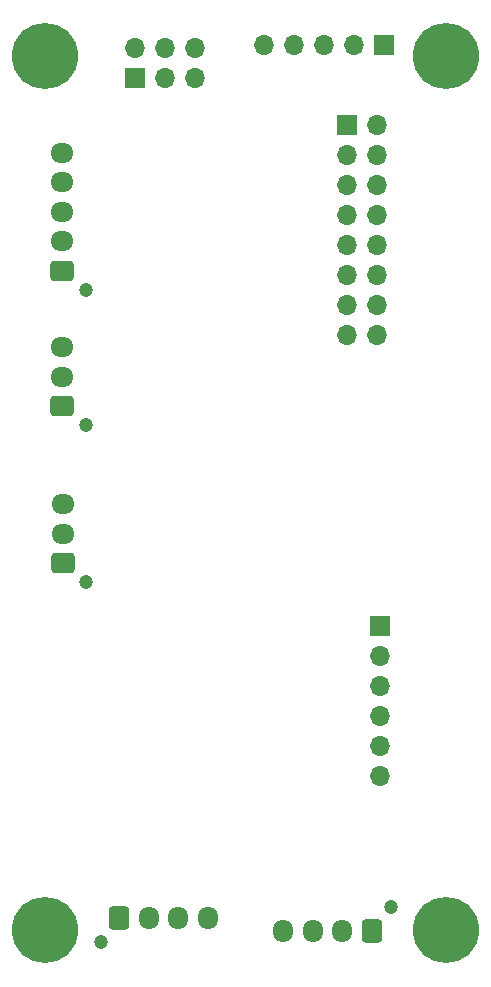
<source format=gbs>
G04 #@! TF.GenerationSoftware,KiCad,Pcbnew,7.0.8*
G04 #@! TF.CreationDate,2023-11-10T01:40:45+01:00*
G04 #@! TF.ProjectId,splitflappcb,73706c69-7466-46c6-9170-7063622e6b69,rev?*
G04 #@! TF.SameCoordinates,Original*
G04 #@! TF.FileFunction,Soldermask,Bot*
G04 #@! TF.FilePolarity,Negative*
%FSLAX46Y46*%
G04 Gerber Fmt 4.6, Leading zero omitted, Abs format (unit mm)*
G04 Created by KiCad (PCBNEW 7.0.8) date 2023-11-10 01:40:45*
%MOMM*%
%LPD*%
G01*
G04 APERTURE LIST*
G04 Aperture macros list*
%AMRoundRect*
0 Rectangle with rounded corners*
0 $1 Rounding radius*
0 $2 $3 $4 $5 $6 $7 $8 $9 X,Y pos of 4 corners*
0 Add a 4 corners polygon primitive as box body*
4,1,4,$2,$3,$4,$5,$6,$7,$8,$9,$2,$3,0*
0 Add four circle primitives for the rounded corners*
1,1,$1+$1,$2,$3*
1,1,$1+$1,$4,$5*
1,1,$1+$1,$6,$7*
1,1,$1+$1,$8,$9*
0 Add four rect primitives between the rounded corners*
20,1,$1+$1,$2,$3,$4,$5,0*
20,1,$1+$1,$4,$5,$6,$7,0*
20,1,$1+$1,$6,$7,$8,$9,0*
20,1,$1+$1,$8,$9,$2,$3,0*%
G04 Aperture macros list end*
%ADD10C,5.600000*%
%ADD11R,1.700000X1.700000*%
%ADD12O,1.700000X1.700000*%
%ADD13C,1.200000*%
%ADD14RoundRect,0.250000X0.600000X0.725000X-0.600000X0.725000X-0.600000X-0.725000X0.600000X-0.725000X0*%
%ADD15O,1.700000X1.950000*%
%ADD16RoundRect,0.250000X-0.600000X-0.725000X0.600000X-0.725000X0.600000X0.725000X-0.600000X0.725000X0*%
%ADD17RoundRect,0.250000X0.725000X-0.600000X0.725000X0.600000X-0.725000X0.600000X-0.725000X-0.600000X0*%
%ADD18O,1.950000X1.700000*%
G04 APERTURE END LIST*
D10*
X104000000Y-50000000D03*
D11*
X98740000Y-49010000D03*
D12*
X96200000Y-49010000D03*
X93660000Y-49010000D03*
X91120000Y-49010000D03*
X88580000Y-49010000D03*
D13*
X99280000Y-122010000D03*
D14*
X97680000Y-124010000D03*
D15*
X95180000Y-124010000D03*
X92680000Y-124010000D03*
X90180000Y-124010000D03*
D10*
X70000000Y-50000000D03*
D13*
X74720000Y-124970000D03*
D16*
X76320000Y-122970000D03*
D15*
X78820000Y-122970000D03*
X81320000Y-122970000D03*
X83820000Y-122970000D03*
D11*
X98370000Y-98200000D03*
D12*
X98370000Y-100740000D03*
X98370000Y-103280000D03*
X98370000Y-105820000D03*
X98370000Y-108360000D03*
X98370000Y-110900000D03*
D11*
X77600000Y-51840000D03*
D12*
X77600000Y-49300000D03*
X80140000Y-51840000D03*
X80140000Y-49300000D03*
X82680000Y-51840000D03*
X82680000Y-49300000D03*
D10*
X104000000Y-124000000D03*
D11*
X95560000Y-55810000D03*
D12*
X98100000Y-55810000D03*
X95560000Y-58350000D03*
X98100000Y-58350000D03*
X95560000Y-60890000D03*
X98100000Y-60890000D03*
X95560000Y-63430000D03*
X98100000Y-63430000D03*
X95560000Y-65970000D03*
X98100000Y-65970000D03*
X95560000Y-68510000D03*
X98100000Y-68510000D03*
X95560000Y-71050000D03*
X98100000Y-71050000D03*
X95560000Y-73590000D03*
X98100000Y-73590000D03*
D10*
X70000000Y-124000000D03*
D13*
X73450000Y-69760000D03*
D17*
X71450000Y-68160000D03*
D18*
X71450000Y-65660000D03*
X71450000Y-63160000D03*
X71450000Y-60660000D03*
X71450000Y-58160000D03*
D13*
X73465000Y-81230000D03*
D17*
X71465000Y-79630000D03*
D18*
X71465000Y-77130000D03*
X71465000Y-74630000D03*
D13*
X73510000Y-94510000D03*
D17*
X71510000Y-92910000D03*
D18*
X71510000Y-90410000D03*
X71510000Y-87910000D03*
M02*

</source>
